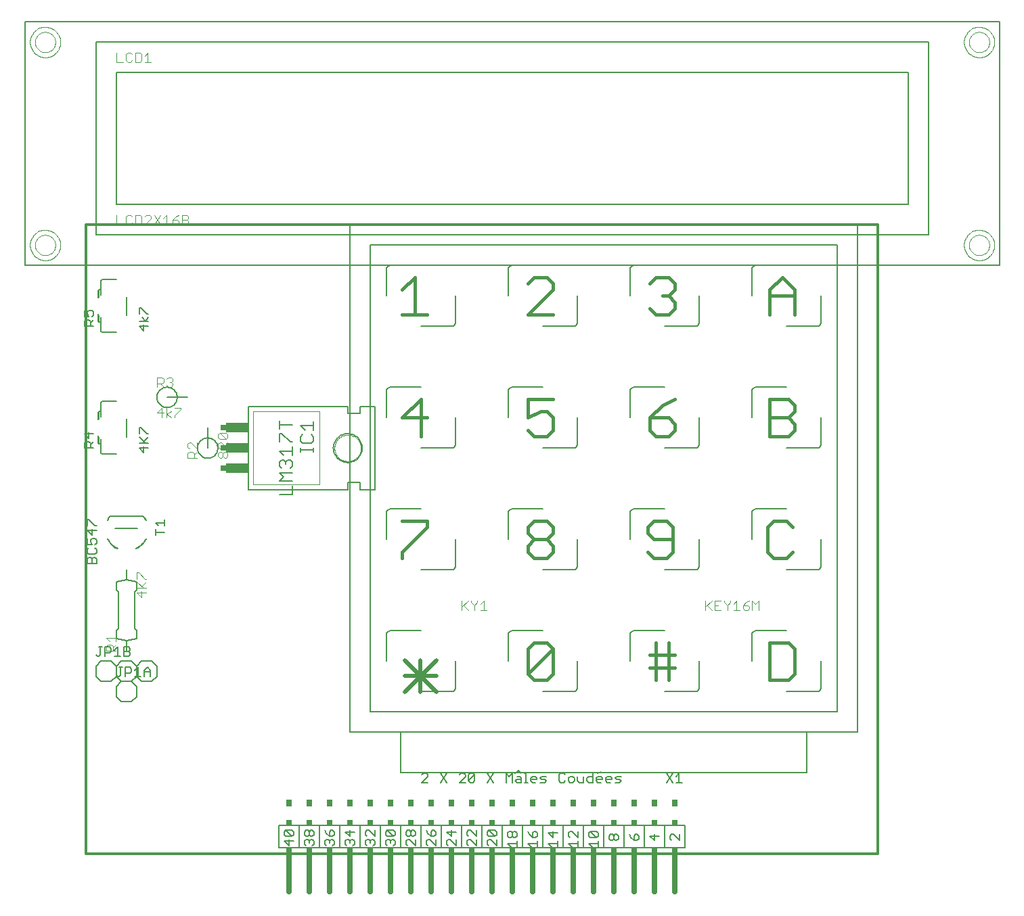
<source format=gbr>
G75*
G70*
%OFA0B0*%
%FSLAX24Y24*%
%IPPOS*%
%LPD*%
%AMOC8*
5,1,8,0,0,1.08239X$1,22.5*
%
%ADD10C,0.0050*%
%ADD11R,0.0260X0.0300*%
%ADD12C,0.0260*%
%ADD13R,0.0260X0.0260*%
%ADD14R,0.0260X0.0320*%
%ADD15C,0.0040*%
%ADD16C,0.0010*%
%ADD17C,0.0070*%
%ADD18C,0.0000*%
%ADD19C,0.0020*%
%ADD20R,0.0250X0.0300*%
%ADD21R,0.1100X0.0500*%
%ADD22C,0.0160*%
%ADD23C,0.0200*%
%ADD24C,0.0120*%
D10*
X005983Y010171D02*
X005733Y010421D01*
X005733Y010921D01*
X005983Y011171D01*
X005733Y011421D01*
X005483Y011171D01*
X004983Y011171D01*
X004733Y011421D01*
X004733Y011921D01*
X004983Y012171D01*
X005483Y012171D01*
X005733Y011921D01*
X005983Y012171D01*
X006483Y012171D01*
X006733Y011921D01*
X006983Y012171D01*
X007483Y012171D01*
X007733Y011921D01*
X007733Y011421D01*
X007483Y011171D01*
X006983Y011171D01*
X006733Y011421D01*
X006483Y011171D01*
X005983Y011171D01*
X006483Y011171D01*
X006733Y010921D01*
X006733Y010421D01*
X006483Y010171D01*
X005983Y010171D01*
X005878Y011416D02*
X005953Y011491D01*
X005953Y011866D01*
X005878Y011866D02*
X006028Y011866D01*
X006188Y011866D02*
X006414Y011866D01*
X006489Y011791D01*
X006489Y011641D01*
X006414Y011566D01*
X006188Y011566D01*
X006188Y011416D02*
X006188Y011866D01*
X005733Y011921D02*
X005733Y011421D01*
X005728Y011491D02*
X005803Y011416D01*
X005878Y011416D01*
X006649Y011416D02*
X006949Y011416D01*
X006799Y011416D02*
X006799Y011866D01*
X006649Y011716D01*
X006733Y011921D02*
X006733Y011421D01*
X007109Y011416D02*
X007109Y011716D01*
X007259Y011866D01*
X007409Y011716D01*
X007409Y011416D01*
X007409Y011641D02*
X007109Y011641D01*
X006334Y012416D02*
X006109Y012416D01*
X006109Y012866D01*
X006334Y012866D01*
X006409Y012791D01*
X006409Y012716D01*
X006334Y012641D01*
X006109Y012641D01*
X006233Y012671D02*
X006233Y013171D01*
X006733Y013271D01*
X006733Y013671D01*
X006633Y013771D01*
X006633Y015571D01*
X006733Y015671D01*
X006733Y016071D01*
X006233Y016171D01*
X006233Y016671D01*
X006233Y016171D02*
X005733Y016071D01*
X005733Y015671D01*
X005833Y015571D01*
X005833Y013771D01*
X005733Y013671D01*
X005733Y013271D01*
X006233Y013171D01*
X005799Y012866D02*
X005799Y012416D01*
X005649Y012416D02*
X005949Y012416D01*
X006334Y012416D02*
X006409Y012491D01*
X006409Y012566D01*
X006334Y012641D01*
X005799Y012866D02*
X005649Y012716D01*
X005489Y012791D02*
X005489Y012641D01*
X005414Y012566D01*
X005188Y012566D01*
X005188Y012416D02*
X005188Y012866D01*
X005414Y012866D01*
X005489Y012791D01*
X005028Y012866D02*
X004878Y012866D01*
X004953Y012866D02*
X004953Y012491D01*
X004878Y012416D01*
X004803Y012416D01*
X004728Y012491D01*
X004758Y016994D02*
X004308Y016994D01*
X004308Y017219D01*
X004383Y017294D01*
X004458Y017294D01*
X004533Y017219D01*
X004533Y016994D01*
X004758Y016994D02*
X004758Y017219D01*
X004683Y017294D01*
X004608Y017294D01*
X004533Y017219D01*
X004683Y017454D02*
X004758Y017529D01*
X004758Y017679D01*
X004683Y017755D01*
X004683Y017915D02*
X004758Y017990D01*
X004758Y018140D01*
X004683Y018215D01*
X004533Y018215D01*
X004458Y018140D01*
X004458Y018065D01*
X004533Y017915D01*
X004308Y017915D01*
X004308Y018215D01*
X004533Y018375D02*
X004308Y018600D01*
X004758Y018600D01*
X004758Y018835D02*
X004683Y018835D01*
X004383Y019136D01*
X004308Y019136D01*
X004308Y018835D01*
X004533Y018675D02*
X004533Y018375D01*
X004383Y017755D02*
X004308Y017679D01*
X004308Y017529D01*
X004383Y017454D01*
X004683Y017454D01*
X005680Y018721D02*
X006786Y018721D01*
X007058Y019321D02*
X005408Y019321D01*
X007658Y018986D02*
X007808Y018835D01*
X007658Y018986D02*
X008108Y018986D01*
X008108Y019136D02*
X008108Y018835D01*
X008108Y018525D02*
X007658Y018525D01*
X007658Y018375D02*
X007658Y018675D01*
X007083Y022446D02*
X006858Y022671D01*
X007308Y022671D01*
X007308Y022906D02*
X006858Y022906D01*
X007083Y022981D02*
X007308Y023206D01*
X007308Y023367D02*
X007233Y023367D01*
X006933Y023667D01*
X006858Y023667D01*
X006858Y023367D01*
X006858Y023206D02*
X007158Y022906D01*
X007083Y022746D02*
X007083Y022446D01*
X006233Y023221D02*
X006233Y024121D01*
X005733Y024971D02*
X005033Y024971D01*
X004983Y024921D01*
X004983Y024471D01*
X004983Y024221D01*
X004883Y024121D02*
X004883Y024471D01*
X004983Y024471D01*
X004883Y024471D02*
X004833Y024421D01*
X004833Y024071D01*
X004608Y023381D02*
X004158Y023381D01*
X004383Y023156D01*
X004383Y023456D01*
X004383Y022996D02*
X004458Y022921D01*
X004458Y022696D01*
X004458Y022846D02*
X004608Y022996D01*
X004383Y022996D02*
X004233Y022996D01*
X004158Y022921D01*
X004158Y022696D01*
X004608Y022696D01*
X004833Y022921D02*
X004833Y023271D01*
X004883Y023221D02*
X004883Y022871D01*
X004833Y022921D01*
X004883Y022871D02*
X004983Y022871D01*
X004983Y023121D01*
X004983Y022871D02*
X004983Y022421D01*
X005033Y022371D01*
X005733Y022371D01*
X007733Y025171D02*
X007735Y025216D01*
X007741Y025262D01*
X007752Y025306D01*
X007766Y025349D01*
X007784Y025391D01*
X007806Y025431D01*
X007831Y025469D01*
X007860Y025504D01*
X007892Y025536D01*
X007926Y025566D01*
X007964Y025592D01*
X008003Y025615D01*
X008044Y025634D01*
X008087Y025649D01*
X008131Y025661D01*
X008176Y025668D01*
X008222Y025671D01*
X008267Y025670D01*
X008312Y025665D01*
X008357Y025655D01*
X008400Y025642D01*
X008443Y025625D01*
X008483Y025604D01*
X008521Y025579D01*
X008557Y025552D01*
X008591Y025521D01*
X008621Y025487D01*
X008648Y025450D01*
X008672Y025411D01*
X008692Y025370D01*
X008708Y025328D01*
X008720Y025284D01*
X008728Y025239D01*
X008732Y025194D01*
X008732Y025148D01*
X008728Y025103D01*
X008720Y025058D01*
X008708Y025014D01*
X008692Y024972D01*
X008672Y024931D01*
X008648Y024892D01*
X008621Y024855D01*
X008591Y024821D01*
X008557Y024790D01*
X008521Y024763D01*
X008483Y024738D01*
X008443Y024717D01*
X008400Y024700D01*
X008357Y024687D01*
X008312Y024677D01*
X008267Y024672D01*
X008222Y024671D01*
X008176Y024674D01*
X008131Y024681D01*
X008087Y024693D01*
X008044Y024708D01*
X008003Y024727D01*
X007964Y024750D01*
X007926Y024776D01*
X007892Y024806D01*
X007860Y024838D01*
X007831Y024873D01*
X007806Y024911D01*
X007784Y024951D01*
X007766Y024993D01*
X007752Y025036D01*
X007741Y025080D01*
X007735Y025126D01*
X007733Y025171D01*
X008233Y025171D02*
X009233Y025171D01*
X010233Y023671D02*
X010233Y022671D01*
X009733Y022671D02*
X009735Y022716D01*
X009741Y022762D01*
X009752Y022806D01*
X009766Y022849D01*
X009784Y022891D01*
X009806Y022931D01*
X009831Y022969D01*
X009860Y023004D01*
X009892Y023036D01*
X009926Y023066D01*
X009964Y023092D01*
X010003Y023115D01*
X010044Y023134D01*
X010087Y023149D01*
X010131Y023161D01*
X010176Y023168D01*
X010222Y023171D01*
X010267Y023170D01*
X010312Y023165D01*
X010357Y023155D01*
X010400Y023142D01*
X010443Y023125D01*
X010483Y023104D01*
X010521Y023079D01*
X010557Y023052D01*
X010591Y023021D01*
X010621Y022987D01*
X010648Y022950D01*
X010672Y022911D01*
X010692Y022870D01*
X010708Y022828D01*
X010720Y022784D01*
X010728Y022739D01*
X010732Y022694D01*
X010732Y022648D01*
X010728Y022603D01*
X010720Y022558D01*
X010708Y022514D01*
X010692Y022472D01*
X010672Y022431D01*
X010648Y022392D01*
X010621Y022355D01*
X010591Y022321D01*
X010557Y022290D01*
X010521Y022263D01*
X010483Y022238D01*
X010443Y022217D01*
X010400Y022200D01*
X010357Y022187D01*
X010312Y022177D01*
X010267Y022172D01*
X010222Y022171D01*
X010176Y022174D01*
X010131Y022181D01*
X010087Y022193D01*
X010044Y022208D01*
X010003Y022227D01*
X009964Y022250D01*
X009926Y022276D01*
X009892Y022306D01*
X009860Y022338D01*
X009831Y022373D01*
X009806Y022411D01*
X009784Y022451D01*
X009766Y022493D01*
X009752Y022536D01*
X009741Y022580D01*
X009735Y022626D01*
X009733Y022671D01*
X012233Y024721D02*
X017133Y024721D01*
X017133Y024371D01*
X017733Y024371D01*
X017733Y024721D01*
X018483Y024721D01*
X018483Y020621D01*
X017733Y020621D01*
X017733Y020971D01*
X017133Y020971D01*
X017133Y020621D01*
X012233Y020621D01*
X012233Y024721D01*
X016423Y022671D02*
X016426Y022736D01*
X016435Y022800D01*
X016449Y022863D01*
X016470Y022924D01*
X016495Y022983D01*
X016526Y023040D01*
X016562Y023094D01*
X016603Y023144D01*
X016648Y023190D01*
X016698Y023232D01*
X016750Y023269D01*
X016806Y023301D01*
X016865Y023328D01*
X016926Y023350D01*
X016989Y023366D01*
X017052Y023376D01*
X017117Y023381D01*
X017181Y023379D01*
X017246Y023372D01*
X017309Y023359D01*
X017371Y023340D01*
X017431Y023316D01*
X017488Y023286D01*
X017542Y023251D01*
X017593Y023211D01*
X017641Y023167D01*
X017684Y023119D01*
X017722Y023067D01*
X017756Y023012D01*
X017784Y022954D01*
X017807Y022893D01*
X017825Y022831D01*
X017836Y022768D01*
X017842Y022703D01*
X017842Y022639D01*
X017836Y022574D01*
X017825Y022511D01*
X017807Y022449D01*
X017784Y022388D01*
X017756Y022330D01*
X017722Y022275D01*
X017684Y022223D01*
X017641Y022175D01*
X017593Y022131D01*
X017542Y022091D01*
X017488Y022056D01*
X017431Y022026D01*
X017371Y022002D01*
X017309Y021983D01*
X017246Y021970D01*
X017181Y021963D01*
X017117Y021961D01*
X017052Y021966D01*
X016989Y021976D01*
X016926Y021992D01*
X016865Y022014D01*
X016806Y022041D01*
X016750Y022073D01*
X016698Y022110D01*
X016648Y022152D01*
X016603Y022198D01*
X016562Y022248D01*
X016526Y022302D01*
X016495Y022359D01*
X016470Y022418D01*
X016449Y022479D01*
X016435Y022542D01*
X016426Y022606D01*
X016423Y022671D01*
X018233Y024171D02*
X018233Y030171D01*
X018233Y032671D01*
X020733Y032671D01*
X026733Y032671D01*
X032733Y032671D01*
X038733Y032671D01*
X041233Y032671D01*
X041233Y030171D01*
X041233Y024171D01*
X041233Y018171D01*
X041233Y012171D01*
X041233Y009671D01*
X038733Y009671D01*
X032733Y009671D01*
X026733Y009671D01*
X020733Y009671D01*
X018233Y009671D01*
X018233Y012171D01*
X018233Y018171D01*
X018233Y024171D01*
X019033Y024171D02*
X019033Y025471D01*
X019035Y025497D01*
X019040Y025523D01*
X019048Y025548D01*
X019060Y025571D01*
X019074Y025593D01*
X019092Y025612D01*
X019111Y025630D01*
X019133Y025644D01*
X019156Y025656D01*
X019181Y025664D01*
X019207Y025669D01*
X019233Y025671D01*
X020733Y025671D01*
X022433Y024171D02*
X022433Y022871D01*
X022431Y022845D01*
X022426Y022819D01*
X022418Y022794D01*
X022406Y022771D01*
X022392Y022749D01*
X022374Y022730D01*
X022355Y022712D01*
X022333Y022698D01*
X022310Y022686D01*
X022285Y022678D01*
X022259Y022673D01*
X022233Y022671D01*
X020733Y022671D01*
X020733Y019671D02*
X019233Y019671D01*
X019207Y019669D01*
X019181Y019664D01*
X019156Y019656D01*
X019133Y019644D01*
X019111Y019630D01*
X019092Y019612D01*
X019074Y019593D01*
X019060Y019571D01*
X019048Y019548D01*
X019040Y019523D01*
X019035Y019497D01*
X019033Y019471D01*
X019033Y018171D01*
X020733Y016671D02*
X022233Y016671D01*
X022259Y016673D01*
X022285Y016678D01*
X022310Y016686D01*
X022333Y016698D01*
X022355Y016712D01*
X022374Y016730D01*
X022392Y016749D01*
X022406Y016771D01*
X022418Y016794D01*
X022426Y016819D01*
X022431Y016845D01*
X022433Y016871D01*
X022433Y018171D01*
X025033Y018171D02*
X025033Y019471D01*
X025035Y019497D01*
X025040Y019523D01*
X025048Y019548D01*
X025060Y019571D01*
X025074Y019593D01*
X025092Y019612D01*
X025111Y019630D01*
X025133Y019644D01*
X025156Y019656D01*
X025181Y019664D01*
X025207Y019669D01*
X025233Y019671D01*
X026733Y019671D01*
X028433Y018171D02*
X028433Y016871D01*
X028431Y016845D01*
X028426Y016819D01*
X028418Y016794D01*
X028406Y016771D01*
X028392Y016749D01*
X028374Y016730D01*
X028355Y016712D01*
X028333Y016698D01*
X028310Y016686D01*
X028285Y016678D01*
X028259Y016673D01*
X028233Y016671D01*
X026733Y016671D01*
X026733Y013671D02*
X025233Y013671D01*
X025207Y013669D01*
X025181Y013664D01*
X025156Y013656D01*
X025133Y013644D01*
X025111Y013630D01*
X025092Y013612D01*
X025074Y013593D01*
X025060Y013571D01*
X025048Y013548D01*
X025040Y013523D01*
X025035Y013497D01*
X025033Y013471D01*
X025033Y012171D01*
X026733Y010671D02*
X028233Y010671D01*
X028259Y010673D01*
X028285Y010678D01*
X028310Y010686D01*
X028333Y010698D01*
X028355Y010712D01*
X028374Y010730D01*
X028392Y010749D01*
X028406Y010771D01*
X028418Y010794D01*
X028426Y010819D01*
X028431Y010845D01*
X028433Y010871D01*
X028433Y012171D01*
X031033Y012171D02*
X031033Y013471D01*
X031035Y013497D01*
X031040Y013523D01*
X031048Y013548D01*
X031060Y013571D01*
X031074Y013593D01*
X031092Y013612D01*
X031111Y013630D01*
X031133Y013644D01*
X031156Y013656D01*
X031181Y013664D01*
X031207Y013669D01*
X031233Y013671D01*
X032733Y013671D01*
X034433Y012171D02*
X034433Y010871D01*
X034431Y010845D01*
X034426Y010819D01*
X034418Y010794D01*
X034406Y010771D01*
X034392Y010749D01*
X034374Y010730D01*
X034355Y010712D01*
X034333Y010698D01*
X034310Y010686D01*
X034285Y010678D01*
X034259Y010673D01*
X034233Y010671D01*
X032733Y010671D01*
X032837Y006646D02*
X033138Y006196D01*
X033298Y006196D02*
X033598Y006196D01*
X033448Y006196D02*
X033448Y006646D01*
X033298Y006496D01*
X033138Y006646D02*
X032837Y006196D01*
X032733Y004071D02*
X031733Y004071D01*
X031733Y002971D01*
X032733Y002971D01*
X033733Y002971D01*
X033733Y004071D01*
X032733Y004071D01*
X032733Y002971D01*
X033083Y003336D02*
X033008Y003411D01*
X033008Y003561D01*
X033083Y003636D01*
X033158Y003636D01*
X033458Y003336D01*
X033458Y003636D01*
X032458Y003561D02*
X032008Y003561D01*
X032233Y003336D01*
X032233Y003636D01*
X031733Y004071D02*
X030733Y004071D01*
X030733Y002971D01*
X031733Y002971D01*
X031383Y003336D02*
X031458Y003411D01*
X031458Y003561D01*
X031383Y003636D01*
X031308Y003636D01*
X031233Y003561D01*
X031233Y003336D01*
X031383Y003336D01*
X031233Y003336D02*
X031083Y003486D01*
X031008Y003636D01*
X030733Y004071D02*
X029733Y004071D01*
X029733Y002971D01*
X028733Y002971D01*
X028733Y004071D01*
X029733Y004071D01*
X029383Y003786D02*
X029458Y003711D01*
X029458Y003561D01*
X029383Y003485D01*
X029083Y003786D01*
X029383Y003786D01*
X029083Y003786D02*
X029008Y003711D01*
X029008Y003561D01*
X029083Y003485D01*
X029383Y003485D01*
X029458Y003325D02*
X029458Y003025D01*
X029458Y003175D02*
X029008Y003175D01*
X029158Y003025D01*
X028733Y002971D02*
X027733Y002971D01*
X026733Y002971D01*
X026733Y004071D01*
X027733Y004071D01*
X028733Y004071D01*
X028458Y003786D02*
X028458Y003485D01*
X028158Y003786D01*
X028083Y003786D01*
X028008Y003711D01*
X028008Y003561D01*
X028083Y003485D01*
X028008Y003175D02*
X028458Y003175D01*
X028458Y003025D02*
X028458Y003325D01*
X028158Y003025D02*
X028008Y003175D01*
X027733Y002971D02*
X027733Y004071D01*
X027458Y003711D02*
X027008Y003711D01*
X027233Y003485D01*
X027233Y003786D01*
X027458Y003325D02*
X027458Y003025D01*
X027458Y003175D02*
X027008Y003175D01*
X027158Y003025D01*
X026733Y002971D02*
X025733Y002971D01*
X024733Y002971D01*
X023733Y002971D01*
X022733Y002971D01*
X021733Y002971D01*
X021733Y004071D01*
X022733Y004071D01*
X023733Y004071D01*
X024733Y004071D01*
X025733Y004071D01*
X026733Y004071D01*
X026383Y003786D02*
X026308Y003786D01*
X026233Y003711D01*
X026233Y003485D01*
X026383Y003485D01*
X026458Y003561D01*
X026458Y003711D01*
X026383Y003786D01*
X026083Y003636D02*
X026233Y003485D01*
X026083Y003636D02*
X026008Y003786D01*
X025733Y004071D02*
X025733Y002971D01*
X025458Y003025D02*
X025458Y003325D01*
X025458Y003175D02*
X025008Y003175D01*
X025158Y003025D01*
X024733Y002971D02*
X024733Y004071D01*
X024458Y003761D02*
X024458Y003611D01*
X024383Y003535D01*
X024083Y003836D01*
X024383Y003836D01*
X024458Y003761D01*
X024383Y003535D02*
X024083Y003535D01*
X024008Y003611D01*
X024008Y003761D01*
X024083Y003836D01*
X023733Y004071D02*
X023733Y002971D01*
X023458Y003075D02*
X023158Y003375D01*
X023083Y003375D01*
X023008Y003300D01*
X023008Y003150D01*
X023083Y003075D01*
X022733Y002971D02*
X022733Y004071D01*
X023008Y003761D02*
X023008Y003611D01*
X023083Y003535D01*
X023008Y003761D02*
X023083Y003836D01*
X023158Y003836D01*
X023458Y003535D01*
X023458Y003836D01*
X023458Y003375D02*
X023458Y003075D01*
X024008Y003150D02*
X024083Y003075D01*
X024008Y003150D02*
X024008Y003300D01*
X024083Y003375D01*
X024158Y003375D01*
X024458Y003075D01*
X024458Y003375D01*
X025008Y003561D02*
X025008Y003711D01*
X025083Y003786D01*
X025158Y003786D01*
X025233Y003711D01*
X025233Y003561D01*
X025158Y003485D01*
X025083Y003485D01*
X025008Y003561D01*
X025233Y003561D02*
X025308Y003485D01*
X025383Y003485D01*
X025458Y003561D01*
X025458Y003711D01*
X025383Y003786D01*
X025308Y003786D01*
X025233Y003711D01*
X026008Y003175D02*
X026458Y003175D01*
X026458Y003025D02*
X026458Y003325D01*
X026158Y003025D02*
X026008Y003175D01*
X025997Y006196D02*
X025847Y006196D01*
X025922Y006196D02*
X025922Y006646D01*
X025847Y006646D01*
X025687Y006646D02*
X025537Y006796D01*
X025386Y006646D01*
X025226Y006646D02*
X025226Y006196D01*
X025386Y006271D02*
X025461Y006346D01*
X025687Y006346D01*
X025687Y006421D02*
X025687Y006196D01*
X025461Y006196D01*
X025386Y006271D01*
X025461Y006496D02*
X025612Y006496D01*
X025687Y006421D01*
X026154Y006421D02*
X026229Y006496D01*
X026379Y006496D01*
X026454Y006421D01*
X026454Y006346D01*
X026154Y006346D01*
X026154Y006271D02*
X026154Y006421D01*
X026154Y006271D02*
X026229Y006196D01*
X026379Y006196D01*
X026614Y006196D02*
X026839Y006196D01*
X026914Y006271D01*
X026839Y006346D01*
X026689Y006346D01*
X026614Y006421D01*
X026689Y006496D01*
X026914Y006496D01*
X027535Y006571D02*
X027610Y006646D01*
X027760Y006646D01*
X027835Y006571D01*
X027995Y006421D02*
X027995Y006271D01*
X028070Y006196D01*
X028220Y006196D01*
X028295Y006271D01*
X028295Y006421D01*
X028220Y006496D01*
X028070Y006496D01*
X027995Y006421D01*
X027835Y006271D02*
X027760Y006196D01*
X027610Y006196D01*
X027535Y006271D01*
X027535Y006571D01*
X028455Y006496D02*
X028455Y006271D01*
X028531Y006196D01*
X028756Y006196D01*
X028756Y006496D01*
X028916Y006421D02*
X028991Y006496D01*
X029216Y006496D01*
X029216Y006646D02*
X029216Y006196D01*
X028991Y006196D01*
X028916Y006271D01*
X028916Y006421D01*
X029376Y006421D02*
X029451Y006496D01*
X029601Y006496D01*
X029676Y006421D01*
X029676Y006346D01*
X029376Y006346D01*
X029376Y006271D02*
X029376Y006421D01*
X029376Y006271D02*
X029451Y006196D01*
X029601Y006196D01*
X029837Y006271D02*
X029837Y006421D01*
X029912Y006496D01*
X030062Y006496D01*
X030137Y006421D01*
X030137Y006346D01*
X029837Y006346D01*
X029837Y006271D02*
X029912Y006196D01*
X030062Y006196D01*
X030297Y006196D02*
X030522Y006196D01*
X030597Y006271D01*
X030522Y006346D01*
X030372Y006346D01*
X030297Y006421D01*
X030372Y006496D01*
X030597Y006496D01*
X029601Y006721D02*
X029451Y006646D01*
X030083Y003636D02*
X030158Y003636D01*
X030233Y003561D01*
X030233Y003411D01*
X030158Y003336D01*
X030083Y003336D01*
X030008Y003411D01*
X030008Y003561D01*
X030083Y003636D01*
X030233Y003561D02*
X030308Y003636D01*
X030383Y003636D01*
X030458Y003561D01*
X030458Y003411D01*
X030383Y003336D01*
X030308Y003336D01*
X030233Y003411D01*
X030733Y002971D02*
X029733Y002971D01*
X025226Y006646D02*
X025076Y006496D01*
X024926Y006646D01*
X024926Y006196D01*
X024306Y006196D02*
X024005Y006646D01*
X024306Y006646D02*
X024005Y006196D01*
X023385Y006271D02*
X023310Y006196D01*
X023160Y006196D01*
X023085Y006271D01*
X023385Y006571D01*
X023385Y006271D01*
X023385Y006571D02*
X023310Y006646D01*
X023160Y006646D01*
X023085Y006571D01*
X023085Y006271D01*
X022925Y006196D02*
X022624Y006196D01*
X022925Y006496D01*
X022925Y006571D01*
X022849Y006646D01*
X022699Y006646D01*
X022624Y006571D01*
X022004Y006646D02*
X021704Y006196D01*
X022004Y006196D02*
X021704Y006646D01*
X021083Y006571D02*
X021008Y006646D01*
X020858Y006646D01*
X020783Y006571D01*
X021083Y006571D02*
X021083Y006496D01*
X020783Y006196D01*
X021083Y006196D01*
X019733Y006671D02*
X039733Y006671D01*
X039733Y008671D01*
X019733Y008671D01*
X019733Y006671D01*
X019733Y008671D02*
X017233Y008671D01*
X017233Y033671D01*
X042233Y033671D01*
X042233Y008671D01*
X039733Y008671D01*
X040233Y010671D02*
X038733Y010671D01*
X040233Y010671D02*
X040259Y010673D01*
X040285Y010678D01*
X040310Y010686D01*
X040333Y010698D01*
X040355Y010712D01*
X040374Y010730D01*
X040392Y010749D01*
X040406Y010771D01*
X040418Y010794D01*
X040426Y010819D01*
X040431Y010845D01*
X040433Y010871D01*
X040433Y012171D01*
X038733Y013671D02*
X037233Y013671D01*
X037207Y013669D01*
X037181Y013664D01*
X037156Y013656D01*
X037133Y013644D01*
X037111Y013630D01*
X037092Y013612D01*
X037074Y013593D01*
X037060Y013571D01*
X037048Y013548D01*
X037040Y013523D01*
X037035Y013497D01*
X037033Y013471D01*
X037033Y012171D01*
X038733Y016671D02*
X040233Y016671D01*
X040259Y016673D01*
X040285Y016678D01*
X040310Y016686D01*
X040333Y016698D01*
X040355Y016712D01*
X040374Y016730D01*
X040392Y016749D01*
X040406Y016771D01*
X040418Y016794D01*
X040426Y016819D01*
X040431Y016845D01*
X040433Y016871D01*
X040433Y018171D01*
X038733Y019671D02*
X037233Y019671D01*
X037207Y019669D01*
X037181Y019664D01*
X037156Y019656D01*
X037133Y019644D01*
X037111Y019630D01*
X037092Y019612D01*
X037074Y019593D01*
X037060Y019571D01*
X037048Y019548D01*
X037040Y019523D01*
X037035Y019497D01*
X037033Y019471D01*
X037033Y018171D01*
X034433Y018171D02*
X034433Y016871D01*
X034431Y016845D01*
X034426Y016819D01*
X034418Y016794D01*
X034406Y016771D01*
X034392Y016749D01*
X034374Y016730D01*
X034355Y016712D01*
X034333Y016698D01*
X034310Y016686D01*
X034285Y016678D01*
X034259Y016673D01*
X034233Y016671D01*
X032733Y016671D01*
X031033Y018171D02*
X031033Y019471D01*
X031035Y019497D01*
X031040Y019523D01*
X031048Y019548D01*
X031060Y019571D01*
X031074Y019593D01*
X031092Y019612D01*
X031111Y019630D01*
X031133Y019644D01*
X031156Y019656D01*
X031181Y019664D01*
X031207Y019669D01*
X031233Y019671D01*
X032733Y019671D01*
X032733Y022671D02*
X034233Y022671D01*
X034259Y022673D01*
X034285Y022678D01*
X034310Y022686D01*
X034333Y022698D01*
X034355Y022712D01*
X034374Y022730D01*
X034392Y022749D01*
X034406Y022771D01*
X034418Y022794D01*
X034426Y022819D01*
X034431Y022845D01*
X034433Y022871D01*
X034433Y024171D01*
X032733Y025671D02*
X031233Y025671D01*
X031207Y025669D01*
X031181Y025664D01*
X031156Y025656D01*
X031133Y025644D01*
X031111Y025630D01*
X031092Y025612D01*
X031074Y025593D01*
X031060Y025571D01*
X031048Y025548D01*
X031040Y025523D01*
X031035Y025497D01*
X031033Y025471D01*
X031033Y024171D01*
X028433Y024171D02*
X028433Y022871D01*
X028431Y022845D01*
X028426Y022819D01*
X028418Y022794D01*
X028406Y022771D01*
X028392Y022749D01*
X028374Y022730D01*
X028355Y022712D01*
X028333Y022698D01*
X028310Y022686D01*
X028285Y022678D01*
X028259Y022673D01*
X028233Y022671D01*
X026733Y022671D01*
X025033Y024171D02*
X025033Y025471D01*
X025035Y025497D01*
X025040Y025523D01*
X025048Y025548D01*
X025060Y025571D01*
X025074Y025593D01*
X025092Y025612D01*
X025111Y025630D01*
X025133Y025644D01*
X025156Y025656D01*
X025181Y025664D01*
X025207Y025669D01*
X025233Y025671D01*
X026733Y025671D01*
X026733Y028671D02*
X028233Y028671D01*
X028259Y028673D01*
X028285Y028678D01*
X028310Y028686D01*
X028333Y028698D01*
X028355Y028712D01*
X028374Y028730D01*
X028392Y028749D01*
X028406Y028771D01*
X028418Y028794D01*
X028426Y028819D01*
X028431Y028845D01*
X028433Y028871D01*
X028433Y030171D01*
X026733Y031671D02*
X025233Y031671D01*
X025207Y031669D01*
X025181Y031664D01*
X025156Y031656D01*
X025133Y031644D01*
X025111Y031630D01*
X025092Y031612D01*
X025074Y031593D01*
X025060Y031571D01*
X025048Y031548D01*
X025040Y031523D01*
X025035Y031497D01*
X025033Y031471D01*
X025033Y030171D01*
X022433Y030171D02*
X022433Y028871D01*
X022431Y028845D01*
X022426Y028819D01*
X022418Y028794D01*
X022406Y028771D01*
X022392Y028749D01*
X022374Y028730D01*
X022355Y028712D01*
X022333Y028698D01*
X022310Y028686D01*
X022285Y028678D01*
X022259Y028673D01*
X022233Y028671D01*
X020733Y028671D01*
X019033Y030171D02*
X019033Y031471D01*
X019035Y031497D01*
X019040Y031523D01*
X019048Y031548D01*
X019060Y031571D01*
X019074Y031593D01*
X019092Y031612D01*
X019111Y031630D01*
X019133Y031644D01*
X019156Y031656D01*
X019181Y031664D01*
X019207Y031669D01*
X019233Y031671D01*
X020733Y031671D01*
X031033Y031471D02*
X031033Y030171D01*
X031033Y031471D02*
X031035Y031497D01*
X031040Y031523D01*
X031048Y031548D01*
X031060Y031571D01*
X031074Y031593D01*
X031092Y031612D01*
X031111Y031630D01*
X031133Y031644D01*
X031156Y031656D01*
X031181Y031664D01*
X031207Y031669D01*
X031233Y031671D01*
X032733Y031671D01*
X034433Y030171D02*
X034433Y028871D01*
X034431Y028845D01*
X034426Y028819D01*
X034418Y028794D01*
X034406Y028771D01*
X034392Y028749D01*
X034374Y028730D01*
X034355Y028712D01*
X034333Y028698D01*
X034310Y028686D01*
X034285Y028678D01*
X034259Y028673D01*
X034233Y028671D01*
X032733Y028671D01*
X037033Y030171D02*
X037033Y031471D01*
X037035Y031497D01*
X037040Y031523D01*
X037048Y031548D01*
X037060Y031571D01*
X037074Y031593D01*
X037092Y031612D01*
X037111Y031630D01*
X037133Y031644D01*
X037156Y031656D01*
X037181Y031664D01*
X037207Y031669D01*
X037233Y031671D01*
X038733Y031671D01*
X040433Y030171D02*
X040433Y028871D01*
X040431Y028845D01*
X040426Y028819D01*
X040418Y028794D01*
X040406Y028771D01*
X040392Y028749D01*
X040374Y028730D01*
X040355Y028712D01*
X040333Y028698D01*
X040310Y028686D01*
X040285Y028678D01*
X040259Y028673D01*
X040233Y028671D01*
X038733Y028671D01*
X038733Y025671D02*
X037233Y025671D01*
X037207Y025669D01*
X037181Y025664D01*
X037156Y025656D01*
X037133Y025644D01*
X037111Y025630D01*
X037092Y025612D01*
X037074Y025593D01*
X037060Y025571D01*
X037048Y025548D01*
X037040Y025523D01*
X037035Y025497D01*
X037033Y025471D01*
X037033Y024171D01*
X038733Y022671D02*
X040233Y022671D01*
X040259Y022673D01*
X040285Y022678D01*
X040310Y022686D01*
X040333Y022698D01*
X040355Y022712D01*
X040374Y022730D01*
X040392Y022749D01*
X040406Y022771D01*
X040418Y022794D01*
X040426Y022819D01*
X040431Y022845D01*
X040433Y022871D01*
X040433Y024171D01*
X049233Y031671D02*
X001233Y031671D01*
X001233Y043671D01*
X049233Y043671D01*
X049233Y031671D01*
X045733Y033171D02*
X004733Y033171D01*
X004733Y042671D01*
X045733Y042671D01*
X045733Y033171D01*
X044733Y034671D02*
X005733Y034671D01*
X005733Y041171D01*
X044733Y041171D01*
X044733Y034671D01*
X020733Y013671D02*
X019233Y013671D01*
X019207Y013669D01*
X019181Y013664D01*
X019156Y013656D01*
X019133Y013644D01*
X019111Y013630D01*
X019092Y013612D01*
X019074Y013593D01*
X019060Y013571D01*
X019048Y013548D01*
X019040Y013523D01*
X019035Y013497D01*
X019033Y013471D01*
X019033Y012171D01*
X020733Y010671D02*
X022233Y010671D01*
X022259Y010673D01*
X022285Y010678D01*
X022310Y010686D01*
X022333Y010698D01*
X022355Y010712D01*
X022374Y010730D01*
X022392Y010749D01*
X022406Y010771D01*
X022418Y010794D01*
X022426Y010819D01*
X022431Y010845D01*
X022433Y010871D01*
X022433Y012171D01*
X021733Y004071D02*
X020733Y004071D01*
X020733Y002971D01*
X021733Y002971D01*
X021458Y003075D02*
X021158Y003375D01*
X021083Y003375D01*
X021008Y003300D01*
X021008Y003150D01*
X021083Y003075D01*
X020733Y002971D02*
X019733Y002971D01*
X018733Y002971D01*
X018733Y004071D01*
X019733Y004071D01*
X020733Y004071D01*
X021008Y003836D02*
X021083Y003686D01*
X021233Y003535D01*
X021233Y003761D01*
X021308Y003836D01*
X021383Y003836D01*
X021458Y003761D01*
X021458Y003611D01*
X021383Y003535D01*
X021233Y003535D01*
X021458Y003375D02*
X021458Y003075D01*
X022008Y003150D02*
X022083Y003075D01*
X022008Y003150D02*
X022008Y003300D01*
X022083Y003375D01*
X022158Y003375D01*
X022458Y003075D01*
X022458Y003375D01*
X022233Y003535D02*
X022008Y003761D01*
X022458Y003761D01*
X022233Y003836D02*
X022233Y003535D01*
X020458Y003611D02*
X020383Y003535D01*
X020308Y003535D01*
X020233Y003611D01*
X020233Y003761D01*
X020308Y003836D01*
X020383Y003836D01*
X020458Y003761D01*
X020458Y003611D01*
X020233Y003611D02*
X020158Y003535D01*
X020083Y003535D01*
X020008Y003611D01*
X020008Y003761D01*
X020083Y003836D01*
X020158Y003836D01*
X020233Y003761D01*
X020158Y003375D02*
X020083Y003375D01*
X020008Y003300D01*
X020008Y003150D01*
X020083Y003075D01*
X020158Y003375D02*
X020458Y003075D01*
X020458Y003375D01*
X019733Y002971D02*
X019733Y004071D01*
X019458Y003761D02*
X019458Y003611D01*
X019383Y003535D01*
X019083Y003836D01*
X019383Y003836D01*
X019458Y003761D01*
X019383Y003535D02*
X019083Y003535D01*
X019008Y003611D01*
X019008Y003761D01*
X019083Y003836D01*
X018733Y004071D02*
X017733Y004071D01*
X016733Y004071D01*
X016733Y002971D01*
X017733Y002971D01*
X018733Y002971D01*
X019008Y003150D02*
X019008Y003300D01*
X019083Y003375D01*
X019158Y003375D01*
X019233Y003300D01*
X019308Y003375D01*
X019383Y003375D01*
X019458Y003300D01*
X019458Y003150D01*
X019383Y003075D01*
X019233Y003225D02*
X019233Y003300D01*
X019083Y003075D02*
X019008Y003150D01*
X018458Y003150D02*
X018383Y003075D01*
X018458Y003150D02*
X018458Y003300D01*
X018383Y003375D01*
X018308Y003375D01*
X018233Y003300D01*
X018233Y003225D01*
X018233Y003300D02*
X018158Y003375D01*
X018083Y003375D01*
X018008Y003300D01*
X018008Y003150D01*
X018083Y003075D01*
X017733Y002971D02*
X017733Y004071D01*
X018008Y003761D02*
X018008Y003611D01*
X018083Y003535D01*
X018008Y003761D02*
X018083Y003836D01*
X018158Y003836D01*
X018458Y003535D01*
X018458Y003836D01*
X017458Y003761D02*
X017008Y003761D01*
X017233Y003535D01*
X017233Y003836D01*
X017308Y003375D02*
X017233Y003300D01*
X017233Y003225D01*
X017233Y003300D02*
X017158Y003375D01*
X017083Y003375D01*
X017008Y003300D01*
X017008Y003150D01*
X017083Y003075D01*
X017383Y003075D02*
X017458Y003150D01*
X017458Y003300D01*
X017383Y003375D01*
X017308Y003375D01*
X016733Y002971D02*
X015733Y002971D01*
X014733Y002971D01*
X013733Y002971D01*
X013733Y004071D01*
X014733Y004071D01*
X015733Y004071D01*
X016733Y004071D01*
X016458Y003761D02*
X016383Y003836D01*
X016308Y003836D01*
X016233Y003761D01*
X016233Y003535D01*
X016383Y003535D01*
X016458Y003611D01*
X016458Y003761D01*
X016233Y003535D02*
X016083Y003686D01*
X016008Y003836D01*
X015733Y004071D02*
X015733Y002971D01*
X016008Y003150D02*
X016008Y003300D01*
X016083Y003375D01*
X016158Y003375D01*
X016233Y003300D01*
X016308Y003375D01*
X016383Y003375D01*
X016458Y003300D01*
X016458Y003150D01*
X016383Y003075D01*
X016233Y003225D02*
X016233Y003300D01*
X016083Y003075D02*
X016008Y003150D01*
X015458Y003150D02*
X015383Y003075D01*
X015458Y003150D02*
X015458Y003300D01*
X015383Y003375D01*
X015308Y003375D01*
X015233Y003300D01*
X015233Y003225D01*
X015233Y003300D02*
X015158Y003375D01*
X015083Y003375D01*
X015008Y003300D01*
X015008Y003150D01*
X015083Y003075D01*
X014733Y002971D02*
X014733Y004071D01*
X015008Y003761D02*
X015083Y003836D01*
X015158Y003836D01*
X015233Y003761D01*
X015233Y003611D01*
X015158Y003535D01*
X015083Y003535D01*
X015008Y003611D01*
X015008Y003761D01*
X015233Y003761D02*
X015308Y003836D01*
X015383Y003836D01*
X015458Y003761D01*
X015458Y003611D01*
X015383Y003535D01*
X015308Y003535D01*
X015233Y003611D01*
X014458Y003611D02*
X014383Y003535D01*
X014083Y003836D01*
X014383Y003836D01*
X014458Y003761D01*
X014458Y003611D01*
X014383Y003535D02*
X014083Y003535D01*
X014008Y003611D01*
X014008Y003761D01*
X014083Y003836D01*
X014233Y003375D02*
X014233Y003075D01*
X014008Y003300D01*
X014458Y003300D01*
X007083Y028446D02*
X007083Y028746D01*
X007158Y028906D02*
X007008Y029131D01*
X006858Y029290D02*
X006858Y029590D01*
X006933Y029590D01*
X007233Y029290D01*
X007308Y029290D01*
X007308Y029131D02*
X007158Y028906D01*
X007308Y028906D02*
X006858Y028906D01*
X006858Y028671D02*
X007083Y028446D01*
X007308Y028671D02*
X006858Y028671D01*
X006233Y029221D02*
X006233Y030121D01*
X005733Y030971D02*
X005033Y030971D01*
X004983Y030921D01*
X004983Y030471D01*
X004983Y030221D01*
X004883Y030121D02*
X004883Y030471D01*
X004983Y030471D01*
X004883Y030471D02*
X004833Y030421D01*
X004833Y030071D01*
X004533Y029456D02*
X004383Y029456D01*
X004308Y029381D01*
X004308Y029306D01*
X004383Y029156D01*
X004158Y029156D01*
X004158Y029456D01*
X004533Y029456D02*
X004608Y029381D01*
X004608Y029231D01*
X004533Y029156D01*
X004608Y028996D02*
X004458Y028846D01*
X004458Y028921D02*
X004458Y028696D01*
X004608Y028696D02*
X004158Y028696D01*
X004158Y028921D01*
X004233Y028996D01*
X004383Y028996D01*
X004458Y028921D01*
X004833Y028921D02*
X004833Y029271D01*
X004883Y029221D02*
X004883Y028871D01*
X004833Y028921D01*
X004883Y028871D02*
X004983Y028871D01*
X004983Y029121D01*
X004983Y028871D02*
X004983Y028421D01*
X005033Y028371D01*
X005733Y028371D01*
D11*
X014233Y002821D03*
X015233Y002821D03*
X016233Y002821D03*
X017233Y002821D03*
X018233Y002821D03*
X019233Y002821D03*
X020233Y002821D03*
X021233Y002821D03*
X022233Y002821D03*
X023233Y002821D03*
X024233Y002821D03*
X025233Y002821D03*
X026233Y002821D03*
X027233Y002821D03*
X028233Y002821D03*
X029233Y002821D03*
X030233Y002821D03*
X031233Y002821D03*
X032233Y002821D03*
X033233Y002821D03*
D12*
X033233Y002671D02*
X033233Y000821D01*
X032233Y000821D02*
X032233Y002671D01*
X031233Y002671D02*
X031233Y000821D01*
X030233Y000821D02*
X030233Y002671D01*
X029233Y002671D02*
X029233Y000821D01*
X028233Y000821D02*
X028233Y002671D01*
X027233Y002671D02*
X027233Y000821D01*
X026233Y000821D02*
X026233Y002671D01*
X025233Y002671D02*
X025233Y000821D01*
X024233Y000821D02*
X024233Y002671D01*
X023233Y002671D02*
X023233Y000821D01*
X022233Y000821D02*
X022233Y002671D01*
X021233Y002671D02*
X021233Y000821D01*
X020233Y000821D02*
X020233Y002671D01*
X019233Y002671D02*
X019233Y000821D01*
X018233Y000821D02*
X018233Y002671D01*
X017233Y002671D02*
X017233Y000821D01*
X016233Y000821D02*
X016233Y002671D01*
X015233Y002671D02*
X015233Y000821D01*
X014233Y000821D02*
X014233Y002671D01*
D13*
X014233Y004201D03*
X015233Y004201D03*
X016233Y004201D03*
X017233Y004201D03*
X018233Y004201D03*
X019233Y004201D03*
X020233Y004201D03*
X021233Y004201D03*
X022233Y004201D03*
X023233Y004201D03*
X024233Y004201D03*
X025233Y004201D03*
X026233Y004201D03*
X027233Y004201D03*
X028233Y004201D03*
X029233Y004201D03*
X030233Y004201D03*
X031233Y004201D03*
X032233Y004201D03*
X033233Y004201D03*
D14*
X033233Y005171D03*
X032233Y005171D03*
X031233Y005171D03*
X030233Y005171D03*
X029233Y005171D03*
X028233Y005171D03*
X027233Y005171D03*
X026233Y005171D03*
X025233Y005171D03*
X024233Y005171D03*
X023233Y005171D03*
X022233Y005171D03*
X021233Y005171D03*
X020233Y005171D03*
X019233Y005171D03*
X018233Y005171D03*
X017233Y005171D03*
X016233Y005171D03*
X015233Y005171D03*
X014233Y005171D03*
D15*
X005713Y012691D02*
X005253Y012691D01*
X005253Y012921D01*
X005329Y012998D01*
X005483Y012998D01*
X005560Y012921D01*
X005560Y012691D01*
X005560Y012844D02*
X005713Y012998D01*
X005713Y013151D02*
X005713Y013458D01*
X005713Y013305D02*
X005253Y013305D01*
X005406Y013151D01*
X006983Y015310D02*
X006983Y015617D01*
X007060Y015770D02*
X006753Y016077D01*
X006753Y016230D02*
X006753Y016537D01*
X006829Y016537D01*
X007136Y016230D01*
X007213Y016230D01*
X007213Y016077D02*
X006983Y015847D01*
X006753Y015770D02*
X007213Y015770D01*
X007213Y015540D02*
X006753Y015540D01*
X006983Y015310D01*
X009253Y022191D02*
X009253Y022421D01*
X009329Y022498D01*
X009483Y022498D01*
X009560Y022421D01*
X009560Y022191D01*
X009713Y022191D02*
X009253Y022191D01*
X009560Y022344D02*
X009713Y022498D01*
X009713Y022651D02*
X009406Y022958D01*
X009329Y022958D01*
X009253Y022881D01*
X009253Y022728D01*
X009329Y022651D01*
X009713Y022651D02*
X009713Y022958D01*
X010753Y022881D02*
X010753Y022728D01*
X010829Y022651D01*
X010829Y022498D02*
X010906Y022498D01*
X010983Y022421D01*
X010983Y022268D01*
X010906Y022191D01*
X010829Y022191D01*
X010753Y022268D01*
X010753Y022421D01*
X010829Y022498D01*
X010983Y022421D02*
X011060Y022498D01*
X011136Y022498D01*
X011213Y022421D01*
X011213Y022268D01*
X011136Y022191D01*
X011060Y022191D01*
X010983Y022268D01*
X011213Y022651D02*
X010906Y022958D01*
X010829Y022958D01*
X010753Y022881D01*
X010829Y023112D02*
X010753Y023188D01*
X010753Y023342D01*
X010829Y023418D01*
X011136Y023112D01*
X011213Y023188D01*
X011213Y023342D01*
X011136Y023418D01*
X010829Y023418D01*
X010829Y023112D02*
X011136Y023112D01*
X011213Y022958D02*
X011213Y022651D01*
X008904Y024574D02*
X008597Y024268D01*
X008597Y024191D01*
X008444Y024191D02*
X008213Y024344D01*
X008444Y024498D01*
X008597Y024651D02*
X008904Y024651D01*
X008904Y024574D01*
X008213Y024651D02*
X008213Y024191D01*
X007983Y024191D02*
X007983Y024651D01*
X007753Y024421D01*
X008060Y024421D01*
X008060Y025691D02*
X007906Y025844D01*
X007983Y025844D02*
X007753Y025844D01*
X007753Y025691D02*
X007753Y026151D01*
X007983Y026151D01*
X008060Y026074D01*
X008060Y025921D01*
X007983Y025844D01*
X008213Y025768D02*
X008290Y025691D01*
X008444Y025691D01*
X008520Y025768D01*
X008520Y025844D01*
X008444Y025921D01*
X008367Y025921D01*
X008444Y025921D02*
X008520Y025998D01*
X008520Y026074D01*
X008444Y026151D01*
X008290Y026151D01*
X008213Y026074D01*
X008208Y033691D02*
X008208Y034151D01*
X008055Y033998D01*
X007901Y034151D02*
X007594Y033691D01*
X007441Y033691D02*
X007134Y033691D01*
X007441Y033998D01*
X007441Y034074D01*
X007364Y034151D01*
X007211Y034151D01*
X007134Y034074D01*
X006981Y034074D02*
X006904Y034151D01*
X006674Y034151D01*
X006674Y033691D01*
X006904Y033691D01*
X006981Y033768D01*
X006981Y034074D01*
X006520Y034074D02*
X006444Y034151D01*
X006290Y034151D01*
X006213Y034074D01*
X006213Y033768D01*
X006290Y033691D01*
X006444Y033691D01*
X006520Y033768D01*
X006060Y033691D02*
X005753Y033691D01*
X005753Y034151D01*
X007594Y034151D02*
X007901Y033691D01*
X008055Y033691D02*
X008362Y033691D01*
X008515Y033768D02*
X008592Y033691D01*
X008745Y033691D01*
X008822Y033768D01*
X008822Y033844D01*
X008745Y033921D01*
X008515Y033921D01*
X008515Y033768D01*
X008515Y033921D02*
X008669Y034074D01*
X008822Y034151D01*
X008976Y034151D02*
X008976Y033691D01*
X009206Y033691D01*
X009282Y033768D01*
X009282Y033844D01*
X009206Y033921D01*
X008976Y033921D01*
X009206Y033921D02*
X009282Y033998D01*
X009282Y034074D01*
X009206Y034151D01*
X008976Y034151D01*
X007441Y041691D02*
X007134Y041691D01*
X007288Y041691D02*
X007288Y042151D01*
X007134Y041998D01*
X006981Y042074D02*
X006981Y041768D01*
X006904Y041691D01*
X006674Y041691D01*
X006674Y042151D01*
X006904Y042151D01*
X006981Y042074D01*
X006520Y042074D02*
X006444Y042151D01*
X006290Y042151D01*
X006213Y042074D01*
X006213Y041768D01*
X006290Y041691D01*
X006444Y041691D01*
X006520Y041768D01*
X006060Y041691D02*
X005753Y041691D01*
X005753Y042151D01*
X022753Y015151D02*
X022753Y014691D01*
X022753Y014844D02*
X023060Y015151D01*
X023213Y015151D02*
X023213Y015074D01*
X023367Y014921D01*
X023367Y014691D01*
X023367Y014921D02*
X023520Y015074D01*
X023520Y015151D01*
X023674Y014998D02*
X023827Y015151D01*
X023827Y014691D01*
X023674Y014691D02*
X023981Y014691D01*
X023060Y014691D02*
X022830Y014921D01*
X034753Y014844D02*
X035060Y015151D01*
X035213Y015151D02*
X035213Y014691D01*
X035520Y014691D01*
X035367Y014921D02*
X035213Y014921D01*
X035213Y015151D02*
X035520Y015151D01*
X035674Y015151D02*
X035674Y015074D01*
X035827Y014921D01*
X035827Y014691D01*
X035827Y014921D02*
X035981Y015074D01*
X035981Y015151D01*
X036134Y014998D02*
X036288Y015151D01*
X036288Y014691D01*
X036441Y014691D02*
X036134Y014691D01*
X036594Y014768D02*
X036594Y014921D01*
X036825Y014921D01*
X036901Y014844D01*
X036901Y014768D01*
X036825Y014691D01*
X036671Y014691D01*
X036594Y014768D01*
X036594Y014921D02*
X036748Y015074D01*
X036901Y015151D01*
X037055Y015151D02*
X037055Y014691D01*
X037362Y014691D02*
X037362Y015151D01*
X037208Y014998D01*
X037055Y015151D01*
X035060Y014691D02*
X034830Y014921D01*
X034753Y015151D02*
X034753Y014691D01*
D16*
X007198Y019131D02*
X007162Y019114D01*
X007163Y019114D02*
X007137Y019164D01*
X007109Y019213D01*
X007078Y019260D01*
X007045Y019305D01*
X007076Y019329D01*
X007076Y019330D01*
X007111Y019283D01*
X007143Y019234D01*
X007172Y019183D01*
X007199Y019131D01*
X007191Y019127D01*
X007164Y019179D01*
X007135Y019229D01*
X007104Y019277D01*
X007069Y019324D01*
X007062Y019318D01*
X007096Y019272D01*
X007128Y019224D01*
X007157Y019175D01*
X007183Y019124D01*
X007174Y019120D01*
X007149Y019170D01*
X007120Y019220D01*
X007089Y019267D01*
X007055Y019313D01*
X007048Y019307D01*
X007082Y019262D01*
X007112Y019215D01*
X007141Y019166D01*
X007166Y019116D01*
X005268Y018211D02*
X005304Y018228D01*
X005303Y018228D02*
X005332Y018171D01*
X005365Y018116D01*
X005401Y018064D01*
X005440Y018013D01*
X005482Y017966D01*
X005528Y017921D01*
X005575Y017878D01*
X005626Y017839D01*
X005678Y017803D01*
X005733Y017770D01*
X005790Y017741D01*
X005773Y017706D01*
X005773Y017705D01*
X005719Y017733D01*
X005666Y017763D01*
X005616Y017797D01*
X005567Y017834D01*
X005521Y017873D01*
X005476Y017914D01*
X005435Y017959D01*
X005396Y018005D01*
X005359Y018054D01*
X005325Y018104D01*
X005295Y018157D01*
X005267Y018211D01*
X005275Y018215D01*
X005303Y018161D01*
X005333Y018109D01*
X005366Y018059D01*
X005403Y018011D01*
X005441Y017965D01*
X005483Y017921D01*
X005527Y017879D01*
X005573Y017841D01*
X005621Y017804D01*
X005671Y017771D01*
X005723Y017741D01*
X005777Y017713D01*
X005780Y017721D01*
X005722Y017751D01*
X005667Y017785D01*
X005613Y017821D01*
X005561Y017861D01*
X005512Y017904D01*
X005466Y017951D01*
X005423Y017999D01*
X005383Y018051D01*
X005347Y018105D01*
X005313Y018161D01*
X005283Y018218D01*
X005291Y018222D01*
X005321Y018165D01*
X005354Y018109D01*
X005391Y018056D01*
X005430Y018005D01*
X005473Y017957D01*
X005519Y017911D01*
X005567Y017868D01*
X005618Y017829D01*
X005671Y017792D01*
X005727Y017759D01*
X005784Y017729D01*
X005788Y017738D01*
X005731Y017767D01*
X005676Y017800D01*
X005623Y017836D01*
X005573Y017875D01*
X005525Y017918D01*
X005480Y017963D01*
X005437Y018011D01*
X005398Y018061D01*
X005362Y018114D01*
X005329Y018169D01*
X005300Y018226D01*
X005390Y019329D02*
X005422Y019304D01*
X005421Y019305D02*
X005386Y019257D01*
X005354Y019208D01*
X005325Y019157D01*
X005299Y019105D01*
X005263Y019121D01*
X005263Y019122D01*
X005290Y019176D01*
X005320Y019229D01*
X005353Y019280D01*
X005390Y019330D01*
X005397Y019324D01*
X005361Y019275D01*
X005328Y019225D01*
X005298Y019172D01*
X005271Y019118D01*
X005279Y019114D01*
X005306Y019168D01*
X005336Y019220D01*
X005368Y019270D01*
X005404Y019318D01*
X005411Y019313D01*
X005376Y019265D01*
X005343Y019215D01*
X005314Y019164D01*
X005287Y019110D01*
X005295Y019107D01*
X005322Y019159D01*
X005351Y019210D01*
X005383Y019260D01*
X005418Y019307D01*
X006693Y017706D02*
X006676Y017742D01*
X006676Y017741D02*
X006733Y017770D01*
X006788Y017803D01*
X006840Y017839D01*
X006891Y017878D01*
X006938Y017920D01*
X006984Y017966D01*
X007026Y018013D01*
X007065Y018064D01*
X007101Y018116D01*
X007134Y018171D01*
X007163Y018228D01*
X007198Y018211D01*
X007199Y018211D01*
X007171Y018157D01*
X007141Y018104D01*
X007107Y018054D01*
X007071Y018005D01*
X007031Y017959D01*
X006990Y017914D01*
X006945Y017873D01*
X006899Y017834D01*
X006850Y017797D01*
X006800Y017763D01*
X006747Y017733D01*
X006693Y017705D01*
X006689Y017713D01*
X006743Y017741D01*
X006795Y017771D01*
X006845Y017804D01*
X006893Y017841D01*
X006939Y017879D01*
X006983Y017921D01*
X007025Y017965D01*
X007063Y018011D01*
X007100Y018059D01*
X007133Y018109D01*
X007163Y018161D01*
X007191Y018215D01*
X007183Y018218D01*
X007153Y018161D01*
X007119Y018105D01*
X007083Y018051D01*
X007043Y017999D01*
X007000Y017951D01*
X006954Y017904D01*
X006905Y017861D01*
X006853Y017821D01*
X006799Y017785D01*
X006744Y017751D01*
X006686Y017721D01*
X006682Y017729D01*
X006739Y017759D01*
X006795Y017792D01*
X006848Y017829D01*
X006899Y017868D01*
X006947Y017911D01*
X006993Y017957D01*
X007036Y018005D01*
X007075Y018056D01*
X007112Y018109D01*
X007145Y018165D01*
X007175Y018222D01*
X007166Y018226D01*
X007137Y018169D01*
X007104Y018114D01*
X007068Y018061D01*
X007029Y018011D01*
X006986Y017963D01*
X006941Y017918D01*
X006893Y017875D01*
X006843Y017836D01*
X006790Y017800D01*
X006735Y017767D01*
X006678Y017738D01*
D17*
X013768Y020389D02*
X014398Y020389D01*
X014398Y020809D01*
X014398Y021033D02*
X013768Y021033D01*
X013978Y021243D01*
X013768Y021453D01*
X014398Y021453D01*
X014293Y021678D02*
X014398Y021783D01*
X014398Y021993D01*
X014293Y022098D01*
X014188Y022098D01*
X014083Y021993D01*
X014083Y021888D01*
X014083Y021993D02*
X013978Y022098D01*
X013873Y022098D01*
X013768Y021993D01*
X013768Y021783D01*
X013873Y021678D01*
X013978Y022322D02*
X013768Y022532D01*
X014398Y022532D01*
X014398Y022322D02*
X014398Y022743D01*
X014398Y022967D02*
X014293Y022967D01*
X013873Y023387D01*
X013768Y023387D01*
X013768Y022967D01*
X013768Y023611D02*
X013768Y024032D01*
X013768Y023821D02*
X014398Y023821D01*
X014818Y023771D02*
X015028Y023561D01*
X014923Y023337D02*
X014818Y023232D01*
X014818Y023022D01*
X014923Y022917D01*
X015343Y022917D01*
X015448Y023022D01*
X015448Y023232D01*
X015343Y023337D01*
X015448Y023561D02*
X015448Y023982D01*
X015448Y023771D02*
X014818Y023771D01*
X014818Y022697D02*
X014818Y022487D01*
X014818Y022592D02*
X015448Y022592D01*
X015448Y022487D02*
X015448Y022697D01*
D18*
X016483Y022671D02*
X016486Y022730D01*
X016494Y022789D01*
X016507Y022846D01*
X016526Y022903D01*
X016549Y022957D01*
X016578Y023009D01*
X016611Y023058D01*
X016648Y023104D01*
X016689Y023146D01*
X016734Y023184D01*
X016783Y023219D01*
X016834Y023248D01*
X016888Y023273D01*
X016943Y023293D01*
X017001Y023307D01*
X017059Y023317D01*
X017118Y023321D01*
X017177Y023319D01*
X017236Y023313D01*
X017294Y023301D01*
X017351Y023283D01*
X017405Y023261D01*
X017458Y023234D01*
X017508Y023202D01*
X017555Y023166D01*
X017598Y023125D01*
X017637Y023081D01*
X017672Y023034D01*
X017703Y022983D01*
X017729Y022930D01*
X017750Y022875D01*
X017766Y022818D01*
X017777Y022760D01*
X017782Y022701D01*
X017782Y022641D01*
X017777Y022582D01*
X017766Y022524D01*
X017750Y022467D01*
X017729Y022412D01*
X017703Y022359D01*
X017672Y022308D01*
X017637Y022261D01*
X017598Y022217D01*
X017555Y022176D01*
X017508Y022140D01*
X017458Y022108D01*
X017405Y022081D01*
X017351Y022059D01*
X017294Y022041D01*
X017236Y022029D01*
X017177Y022023D01*
X017118Y022021D01*
X017059Y022025D01*
X017001Y022035D01*
X016943Y022049D01*
X016888Y022069D01*
X016834Y022094D01*
X016783Y022123D01*
X016734Y022158D01*
X016689Y022196D01*
X016648Y022238D01*
X016611Y022284D01*
X016578Y022333D01*
X016549Y022385D01*
X016526Y022439D01*
X016507Y022496D01*
X016494Y022553D01*
X016486Y022612D01*
X016483Y022671D01*
X001733Y032671D02*
X001735Y032716D01*
X001741Y032762D01*
X001752Y032806D01*
X001766Y032849D01*
X001784Y032891D01*
X001806Y032931D01*
X001831Y032969D01*
X001860Y033004D01*
X001892Y033036D01*
X001926Y033066D01*
X001964Y033092D01*
X002003Y033115D01*
X002044Y033134D01*
X002087Y033149D01*
X002131Y033161D01*
X002176Y033168D01*
X002222Y033171D01*
X002267Y033170D01*
X002312Y033165D01*
X002357Y033155D01*
X002400Y033142D01*
X002443Y033125D01*
X002483Y033104D01*
X002521Y033079D01*
X002557Y033052D01*
X002591Y033021D01*
X002621Y032987D01*
X002648Y032950D01*
X002672Y032911D01*
X002692Y032870D01*
X002708Y032828D01*
X002720Y032784D01*
X002728Y032739D01*
X002732Y032694D01*
X002732Y032648D01*
X002728Y032603D01*
X002720Y032558D01*
X002708Y032514D01*
X002692Y032472D01*
X002672Y032431D01*
X002648Y032392D01*
X002621Y032355D01*
X002591Y032321D01*
X002557Y032290D01*
X002521Y032263D01*
X002483Y032238D01*
X002443Y032217D01*
X002400Y032200D01*
X002357Y032187D01*
X002312Y032177D01*
X002267Y032172D01*
X002222Y032171D01*
X002176Y032174D01*
X002131Y032181D01*
X002087Y032193D01*
X002044Y032208D01*
X002003Y032227D01*
X001964Y032250D01*
X001926Y032276D01*
X001892Y032306D01*
X001860Y032338D01*
X001831Y032373D01*
X001806Y032411D01*
X001784Y032451D01*
X001766Y032493D01*
X001752Y032536D01*
X001741Y032580D01*
X001735Y032626D01*
X001733Y032671D01*
X001483Y032671D02*
X001486Y032739D01*
X001495Y032807D01*
X001511Y032873D01*
X001532Y032938D01*
X001559Y033001D01*
X001592Y033061D01*
X001630Y033117D01*
X001673Y033170D01*
X001721Y033219D01*
X001773Y033263D01*
X001829Y033303D01*
X001888Y033337D01*
X001950Y033366D01*
X002014Y033388D01*
X002080Y033405D01*
X002148Y033416D01*
X002216Y033421D01*
X002284Y033419D01*
X002352Y033411D01*
X002419Y033398D01*
X002484Y033378D01*
X002547Y033352D01*
X002608Y033321D01*
X002666Y033284D01*
X002719Y033242D01*
X002769Y033195D01*
X002815Y033144D01*
X002855Y033089D01*
X002891Y033031D01*
X002921Y032970D01*
X002945Y032906D01*
X002964Y032840D01*
X002976Y032773D01*
X002982Y032705D01*
X002982Y032637D01*
X002976Y032569D01*
X002964Y032502D01*
X002945Y032436D01*
X002921Y032372D01*
X002891Y032311D01*
X002855Y032253D01*
X002815Y032198D01*
X002769Y032147D01*
X002719Y032100D01*
X002666Y032058D01*
X002608Y032021D01*
X002547Y031990D01*
X002484Y031964D01*
X002419Y031944D01*
X002352Y031931D01*
X002284Y031923D01*
X002216Y031921D01*
X002148Y031926D01*
X002080Y031937D01*
X002014Y031954D01*
X001950Y031976D01*
X001888Y032005D01*
X001829Y032039D01*
X001773Y032079D01*
X001721Y032123D01*
X001673Y032172D01*
X001630Y032225D01*
X001592Y032281D01*
X001559Y032341D01*
X001532Y032404D01*
X001511Y032469D01*
X001495Y032535D01*
X001486Y032603D01*
X001483Y032671D01*
X001733Y042671D02*
X001735Y042716D01*
X001741Y042762D01*
X001752Y042806D01*
X001766Y042849D01*
X001784Y042891D01*
X001806Y042931D01*
X001831Y042969D01*
X001860Y043004D01*
X001892Y043036D01*
X001926Y043066D01*
X001964Y043092D01*
X002003Y043115D01*
X002044Y043134D01*
X002087Y043149D01*
X002131Y043161D01*
X002176Y043168D01*
X002222Y043171D01*
X002267Y043170D01*
X002312Y043165D01*
X002357Y043155D01*
X002400Y043142D01*
X002443Y043125D01*
X002483Y043104D01*
X002521Y043079D01*
X002557Y043052D01*
X002591Y043021D01*
X002621Y042987D01*
X002648Y042950D01*
X002672Y042911D01*
X002692Y042870D01*
X002708Y042828D01*
X002720Y042784D01*
X002728Y042739D01*
X002732Y042694D01*
X002732Y042648D01*
X002728Y042603D01*
X002720Y042558D01*
X002708Y042514D01*
X002692Y042472D01*
X002672Y042431D01*
X002648Y042392D01*
X002621Y042355D01*
X002591Y042321D01*
X002557Y042290D01*
X002521Y042263D01*
X002483Y042238D01*
X002443Y042217D01*
X002400Y042200D01*
X002357Y042187D01*
X002312Y042177D01*
X002267Y042172D01*
X002222Y042171D01*
X002176Y042174D01*
X002131Y042181D01*
X002087Y042193D01*
X002044Y042208D01*
X002003Y042227D01*
X001964Y042250D01*
X001926Y042276D01*
X001892Y042306D01*
X001860Y042338D01*
X001831Y042373D01*
X001806Y042411D01*
X001784Y042451D01*
X001766Y042493D01*
X001752Y042536D01*
X001741Y042580D01*
X001735Y042626D01*
X001733Y042671D01*
X001483Y042671D02*
X001486Y042739D01*
X001495Y042807D01*
X001511Y042873D01*
X001532Y042938D01*
X001559Y043001D01*
X001592Y043061D01*
X001630Y043117D01*
X001673Y043170D01*
X001721Y043219D01*
X001773Y043263D01*
X001829Y043303D01*
X001888Y043337D01*
X001950Y043366D01*
X002014Y043388D01*
X002080Y043405D01*
X002148Y043416D01*
X002216Y043421D01*
X002284Y043419D01*
X002352Y043411D01*
X002419Y043398D01*
X002484Y043378D01*
X002547Y043352D01*
X002608Y043321D01*
X002666Y043284D01*
X002719Y043242D01*
X002769Y043195D01*
X002815Y043144D01*
X002855Y043089D01*
X002891Y043031D01*
X002921Y042970D01*
X002945Y042906D01*
X002964Y042840D01*
X002976Y042773D01*
X002982Y042705D01*
X002982Y042637D01*
X002976Y042569D01*
X002964Y042502D01*
X002945Y042436D01*
X002921Y042372D01*
X002891Y042311D01*
X002855Y042253D01*
X002815Y042198D01*
X002769Y042147D01*
X002719Y042100D01*
X002666Y042058D01*
X002608Y042021D01*
X002547Y041990D01*
X002484Y041964D01*
X002419Y041944D01*
X002352Y041931D01*
X002284Y041923D01*
X002216Y041921D01*
X002148Y041926D01*
X002080Y041937D01*
X002014Y041954D01*
X001950Y041976D01*
X001888Y042005D01*
X001829Y042039D01*
X001773Y042079D01*
X001721Y042123D01*
X001673Y042172D01*
X001630Y042225D01*
X001592Y042281D01*
X001559Y042341D01*
X001532Y042404D01*
X001511Y042469D01*
X001495Y042535D01*
X001486Y042603D01*
X001483Y042671D01*
X047733Y042671D02*
X047735Y042716D01*
X047741Y042762D01*
X047752Y042806D01*
X047766Y042849D01*
X047784Y042891D01*
X047806Y042931D01*
X047831Y042969D01*
X047860Y043004D01*
X047892Y043036D01*
X047926Y043066D01*
X047964Y043092D01*
X048003Y043115D01*
X048044Y043134D01*
X048087Y043149D01*
X048131Y043161D01*
X048176Y043168D01*
X048222Y043171D01*
X048267Y043170D01*
X048312Y043165D01*
X048357Y043155D01*
X048400Y043142D01*
X048443Y043125D01*
X048483Y043104D01*
X048521Y043079D01*
X048557Y043052D01*
X048591Y043021D01*
X048621Y042987D01*
X048648Y042950D01*
X048672Y042911D01*
X048692Y042870D01*
X048708Y042828D01*
X048720Y042784D01*
X048728Y042739D01*
X048732Y042694D01*
X048732Y042648D01*
X048728Y042603D01*
X048720Y042558D01*
X048708Y042514D01*
X048692Y042472D01*
X048672Y042431D01*
X048648Y042392D01*
X048621Y042355D01*
X048591Y042321D01*
X048557Y042290D01*
X048521Y042263D01*
X048483Y042238D01*
X048443Y042217D01*
X048400Y042200D01*
X048357Y042187D01*
X048312Y042177D01*
X048267Y042172D01*
X048222Y042171D01*
X048176Y042174D01*
X048131Y042181D01*
X048087Y042193D01*
X048044Y042208D01*
X048003Y042227D01*
X047964Y042250D01*
X047926Y042276D01*
X047892Y042306D01*
X047860Y042338D01*
X047831Y042373D01*
X047806Y042411D01*
X047784Y042451D01*
X047766Y042493D01*
X047752Y042536D01*
X047741Y042580D01*
X047735Y042626D01*
X047733Y042671D01*
X047483Y042671D02*
X047486Y042739D01*
X047495Y042807D01*
X047511Y042873D01*
X047532Y042938D01*
X047559Y043001D01*
X047592Y043061D01*
X047630Y043117D01*
X047673Y043170D01*
X047721Y043219D01*
X047773Y043263D01*
X047829Y043303D01*
X047888Y043337D01*
X047950Y043366D01*
X048014Y043388D01*
X048080Y043405D01*
X048148Y043416D01*
X048216Y043421D01*
X048284Y043419D01*
X048352Y043411D01*
X048419Y043398D01*
X048484Y043378D01*
X048547Y043352D01*
X048608Y043321D01*
X048666Y043284D01*
X048719Y043242D01*
X048769Y043195D01*
X048815Y043144D01*
X048855Y043089D01*
X048891Y043031D01*
X048921Y042970D01*
X048945Y042906D01*
X048964Y042840D01*
X048976Y042773D01*
X048982Y042705D01*
X048982Y042637D01*
X048976Y042569D01*
X048964Y042502D01*
X048945Y042436D01*
X048921Y042372D01*
X048891Y042311D01*
X048855Y042253D01*
X048815Y042198D01*
X048769Y042147D01*
X048719Y042100D01*
X048666Y042058D01*
X048608Y042021D01*
X048547Y041990D01*
X048484Y041964D01*
X048419Y041944D01*
X048352Y041931D01*
X048284Y041923D01*
X048216Y041921D01*
X048148Y041926D01*
X048080Y041937D01*
X048014Y041954D01*
X047950Y041976D01*
X047888Y042005D01*
X047829Y042039D01*
X047773Y042079D01*
X047721Y042123D01*
X047673Y042172D01*
X047630Y042225D01*
X047592Y042281D01*
X047559Y042341D01*
X047532Y042404D01*
X047511Y042469D01*
X047495Y042535D01*
X047486Y042603D01*
X047483Y042671D01*
X047733Y032671D02*
X047735Y032716D01*
X047741Y032762D01*
X047752Y032806D01*
X047766Y032849D01*
X047784Y032891D01*
X047806Y032931D01*
X047831Y032969D01*
X047860Y033004D01*
X047892Y033036D01*
X047926Y033066D01*
X047964Y033092D01*
X048003Y033115D01*
X048044Y033134D01*
X048087Y033149D01*
X048131Y033161D01*
X048176Y033168D01*
X048222Y033171D01*
X048267Y033170D01*
X048312Y033165D01*
X048357Y033155D01*
X048400Y033142D01*
X048443Y033125D01*
X048483Y033104D01*
X048521Y033079D01*
X048557Y033052D01*
X048591Y033021D01*
X048621Y032987D01*
X048648Y032950D01*
X048672Y032911D01*
X048692Y032870D01*
X048708Y032828D01*
X048720Y032784D01*
X048728Y032739D01*
X048732Y032694D01*
X048732Y032648D01*
X048728Y032603D01*
X048720Y032558D01*
X048708Y032514D01*
X048692Y032472D01*
X048672Y032431D01*
X048648Y032392D01*
X048621Y032355D01*
X048591Y032321D01*
X048557Y032290D01*
X048521Y032263D01*
X048483Y032238D01*
X048443Y032217D01*
X048400Y032200D01*
X048357Y032187D01*
X048312Y032177D01*
X048267Y032172D01*
X048222Y032171D01*
X048176Y032174D01*
X048131Y032181D01*
X048087Y032193D01*
X048044Y032208D01*
X048003Y032227D01*
X047964Y032250D01*
X047926Y032276D01*
X047892Y032306D01*
X047860Y032338D01*
X047831Y032373D01*
X047806Y032411D01*
X047784Y032451D01*
X047766Y032493D01*
X047752Y032536D01*
X047741Y032580D01*
X047735Y032626D01*
X047733Y032671D01*
X047483Y032671D02*
X047486Y032739D01*
X047495Y032807D01*
X047511Y032873D01*
X047532Y032938D01*
X047559Y033001D01*
X047592Y033061D01*
X047630Y033117D01*
X047673Y033170D01*
X047721Y033219D01*
X047773Y033263D01*
X047829Y033303D01*
X047888Y033337D01*
X047950Y033366D01*
X048014Y033388D01*
X048080Y033405D01*
X048148Y033416D01*
X048216Y033421D01*
X048284Y033419D01*
X048352Y033411D01*
X048419Y033398D01*
X048484Y033378D01*
X048547Y033352D01*
X048608Y033321D01*
X048666Y033284D01*
X048719Y033242D01*
X048769Y033195D01*
X048815Y033144D01*
X048855Y033089D01*
X048891Y033031D01*
X048921Y032970D01*
X048945Y032906D01*
X048964Y032840D01*
X048976Y032773D01*
X048982Y032705D01*
X048982Y032637D01*
X048976Y032569D01*
X048964Y032502D01*
X048945Y032436D01*
X048921Y032372D01*
X048891Y032311D01*
X048855Y032253D01*
X048815Y032198D01*
X048769Y032147D01*
X048719Y032100D01*
X048666Y032058D01*
X048608Y032021D01*
X048547Y031990D01*
X048484Y031964D01*
X048419Y031944D01*
X048352Y031931D01*
X048284Y031923D01*
X048216Y031921D01*
X048148Y031926D01*
X048080Y031937D01*
X048014Y031954D01*
X047950Y031976D01*
X047888Y032005D01*
X047829Y032039D01*
X047773Y032079D01*
X047721Y032123D01*
X047673Y032172D01*
X047630Y032225D01*
X047592Y032281D01*
X047559Y032341D01*
X047532Y032404D01*
X047511Y032469D01*
X047495Y032535D01*
X047486Y032603D01*
X047483Y032671D01*
D19*
X015733Y024471D02*
X015733Y020871D01*
X012483Y020871D01*
X012483Y024471D01*
X015733Y024471D01*
D20*
X011008Y023671D03*
X011008Y022671D03*
X011008Y021671D03*
D21*
X011683Y021671D03*
X011683Y022671D03*
X011683Y023671D03*
D22*
X019813Y024172D02*
X021041Y024172D01*
X020734Y025092D02*
X020734Y023251D01*
X019813Y024172D02*
X020734Y025092D01*
X021041Y029251D02*
X019813Y029251D01*
X020427Y029251D02*
X020427Y031092D01*
X019813Y030479D01*
X026013Y030785D02*
X026320Y031092D01*
X026934Y031092D01*
X027241Y030785D01*
X027241Y030479D01*
X026013Y029251D01*
X027241Y029251D01*
X027241Y025092D02*
X026013Y025092D01*
X026013Y024172D01*
X026627Y024479D01*
X026934Y024479D01*
X027241Y024172D01*
X027241Y023558D01*
X026934Y023251D01*
X026320Y023251D01*
X026013Y023558D01*
X026320Y019092D02*
X026934Y019092D01*
X027241Y018785D01*
X027241Y018479D01*
X026934Y018172D01*
X026320Y018172D01*
X026013Y018479D01*
X026013Y018785D01*
X026320Y019092D01*
X026320Y018172D02*
X026013Y017865D01*
X026013Y017558D01*
X026320Y017251D01*
X026934Y017251D01*
X027241Y017558D01*
X027241Y017865D01*
X026934Y018172D01*
X031913Y018479D02*
X032220Y018172D01*
X033141Y018172D01*
X033141Y018785D02*
X033141Y017558D01*
X032834Y017251D01*
X032220Y017251D01*
X031913Y017558D01*
X031913Y018479D02*
X031913Y018785D01*
X032220Y019092D01*
X032834Y019092D01*
X033141Y018785D01*
X037813Y018785D02*
X037813Y017558D01*
X038120Y017251D01*
X038734Y017251D01*
X039041Y017558D01*
X039041Y018785D02*
X038734Y019092D01*
X038120Y019092D01*
X037813Y018785D01*
X037913Y023251D02*
X038834Y023251D01*
X039141Y023558D01*
X039141Y023865D01*
X038834Y024172D01*
X037913Y024172D01*
X037913Y025092D02*
X037913Y023251D01*
X038834Y024172D02*
X039141Y024479D01*
X039141Y024785D01*
X038834Y025092D01*
X037913Y025092D01*
X037913Y029251D02*
X037913Y030479D01*
X038527Y031092D01*
X039141Y030479D01*
X039141Y029251D01*
X039141Y030172D02*
X037913Y030172D01*
X033241Y030479D02*
X032934Y030172D01*
X033241Y029865D01*
X033241Y029558D01*
X032934Y029251D01*
X032320Y029251D01*
X032013Y029558D01*
X032627Y030172D02*
X032934Y030172D01*
X033241Y030479D02*
X033241Y030785D01*
X032934Y031092D01*
X032320Y031092D01*
X032013Y030785D01*
X033241Y025092D02*
X032627Y024785D01*
X032013Y024172D01*
X032934Y024172D01*
X033241Y023865D01*
X033241Y023558D01*
X032934Y023251D01*
X032320Y023251D01*
X032013Y023558D01*
X032013Y024172D01*
X021041Y019092D02*
X021041Y018785D01*
X019813Y017558D01*
X019813Y017251D01*
X019813Y019092D02*
X021041Y019092D01*
X026320Y013092D02*
X026013Y012785D01*
X026013Y011558D01*
X027241Y012785D01*
X027241Y011558D01*
X026934Y011251D01*
X026320Y011251D01*
X026013Y011558D01*
X026320Y013092D02*
X026934Y013092D01*
X027241Y012785D01*
X032013Y012479D02*
X032934Y012479D01*
X033241Y012479D01*
X033241Y011865D02*
X032013Y011865D01*
X032320Y011251D02*
X032320Y013092D01*
X032934Y013092D02*
X032934Y011251D01*
X037913Y011251D02*
X038834Y011251D01*
X039141Y011558D01*
X039141Y012785D01*
X038834Y013092D01*
X037913Y013092D01*
X037913Y011251D01*
D23*
X021494Y011442D02*
X019933Y011442D01*
X019933Y012223D02*
X021494Y010661D01*
X020714Y010661D02*
X020714Y012223D01*
X021494Y012223D02*
X019933Y010661D01*
D24*
X004233Y002671D02*
X043233Y002671D01*
X043233Y033671D01*
X004233Y033671D01*
X004233Y002671D01*
M02*

</source>
